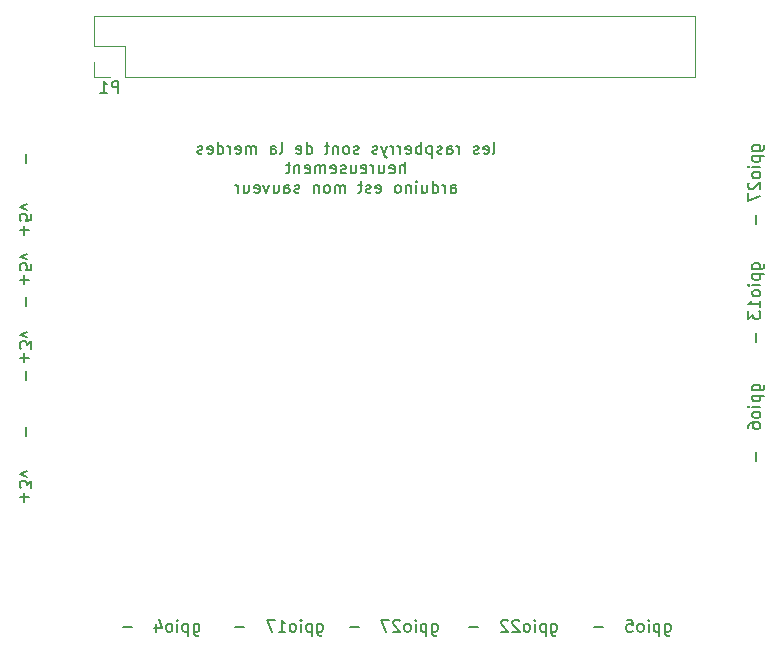
<source format=gbo>
G04 #@! TF.GenerationSoftware,KiCad,Pcbnew,(5.1.2)-2*
G04 #@! TF.CreationDate,2019-12-04T01:20:50+01:00*
G04 #@! TF.ProjectId,raspberrypi-gpio-40pin,72617370-6265-4727-9279-70692d677069,rev?*
G04 #@! TF.SameCoordinates,Original*
G04 #@! TF.FileFunction,Legend,Bot*
G04 #@! TF.FilePolarity,Positive*
%FSLAX46Y46*%
G04 Gerber Fmt 4.6, Leading zero omitted, Abs format (unit mm)*
G04 Created by KiCad (PCBNEW (5.1.2)-2) date 2019-12-04 01:20:50*
%MOMM*%
%LPD*%
G04 APERTURE LIST*
%ADD10C,0.150000*%
%ADD11C,0.120000*%
G04 APERTURE END LIST*
D10*
X240804761Y-106602380D02*
X240900000Y-106554761D01*
X240947619Y-106459523D01*
X240947619Y-105602380D01*
X240042857Y-106554761D02*
X240138095Y-106602380D01*
X240328571Y-106602380D01*
X240423809Y-106554761D01*
X240471428Y-106459523D01*
X240471428Y-106078571D01*
X240423809Y-105983333D01*
X240328571Y-105935714D01*
X240138095Y-105935714D01*
X240042857Y-105983333D01*
X239995238Y-106078571D01*
X239995238Y-106173809D01*
X240471428Y-106269047D01*
X239614285Y-106554761D02*
X239519047Y-106602380D01*
X239328571Y-106602380D01*
X239233333Y-106554761D01*
X239185714Y-106459523D01*
X239185714Y-106411904D01*
X239233333Y-106316666D01*
X239328571Y-106269047D01*
X239471428Y-106269047D01*
X239566666Y-106221428D01*
X239614285Y-106126190D01*
X239614285Y-106078571D01*
X239566666Y-105983333D01*
X239471428Y-105935714D01*
X239328571Y-105935714D01*
X239233333Y-105983333D01*
X237995238Y-106602380D02*
X237995238Y-105935714D01*
X237995238Y-106126190D02*
X237947619Y-106030952D01*
X237900000Y-105983333D01*
X237804761Y-105935714D01*
X237709523Y-105935714D01*
X236947619Y-106602380D02*
X236947619Y-106078571D01*
X236995238Y-105983333D01*
X237090476Y-105935714D01*
X237280952Y-105935714D01*
X237376190Y-105983333D01*
X236947619Y-106554761D02*
X237042857Y-106602380D01*
X237280952Y-106602380D01*
X237376190Y-106554761D01*
X237423809Y-106459523D01*
X237423809Y-106364285D01*
X237376190Y-106269047D01*
X237280952Y-106221428D01*
X237042857Y-106221428D01*
X236947619Y-106173809D01*
X236519047Y-106554761D02*
X236423809Y-106602380D01*
X236233333Y-106602380D01*
X236138095Y-106554761D01*
X236090476Y-106459523D01*
X236090476Y-106411904D01*
X236138095Y-106316666D01*
X236233333Y-106269047D01*
X236376190Y-106269047D01*
X236471428Y-106221428D01*
X236519047Y-106126190D01*
X236519047Y-106078571D01*
X236471428Y-105983333D01*
X236376190Y-105935714D01*
X236233333Y-105935714D01*
X236138095Y-105983333D01*
X235661904Y-105935714D02*
X235661904Y-106935714D01*
X235661904Y-105983333D02*
X235566666Y-105935714D01*
X235376190Y-105935714D01*
X235280952Y-105983333D01*
X235233333Y-106030952D01*
X235185714Y-106126190D01*
X235185714Y-106411904D01*
X235233333Y-106507142D01*
X235280952Y-106554761D01*
X235376190Y-106602380D01*
X235566666Y-106602380D01*
X235661904Y-106554761D01*
X234757142Y-106602380D02*
X234757142Y-105602380D01*
X234757142Y-105983333D02*
X234661904Y-105935714D01*
X234471428Y-105935714D01*
X234376190Y-105983333D01*
X234328571Y-106030952D01*
X234280952Y-106126190D01*
X234280952Y-106411904D01*
X234328571Y-106507142D01*
X234376190Y-106554761D01*
X234471428Y-106602380D01*
X234661904Y-106602380D01*
X234757142Y-106554761D01*
X233471428Y-106554761D02*
X233566666Y-106602380D01*
X233757142Y-106602380D01*
X233852380Y-106554761D01*
X233900000Y-106459523D01*
X233900000Y-106078571D01*
X233852380Y-105983333D01*
X233757142Y-105935714D01*
X233566666Y-105935714D01*
X233471428Y-105983333D01*
X233423809Y-106078571D01*
X233423809Y-106173809D01*
X233900000Y-106269047D01*
X232995238Y-106602380D02*
X232995238Y-105935714D01*
X232995238Y-106126190D02*
X232947619Y-106030952D01*
X232900000Y-105983333D01*
X232804761Y-105935714D01*
X232709523Y-105935714D01*
X232376190Y-106602380D02*
X232376190Y-105935714D01*
X232376190Y-106126190D02*
X232328571Y-106030952D01*
X232280952Y-105983333D01*
X232185714Y-105935714D01*
X232090476Y-105935714D01*
X231852380Y-105935714D02*
X231614285Y-106602380D01*
X231376190Y-105935714D02*
X231614285Y-106602380D01*
X231709523Y-106840476D01*
X231757142Y-106888095D01*
X231852380Y-106935714D01*
X231042857Y-106554761D02*
X230947619Y-106602380D01*
X230757142Y-106602380D01*
X230661904Y-106554761D01*
X230614285Y-106459523D01*
X230614285Y-106411904D01*
X230661904Y-106316666D01*
X230757142Y-106269047D01*
X230900000Y-106269047D01*
X230995238Y-106221428D01*
X231042857Y-106126190D01*
X231042857Y-106078571D01*
X230995238Y-105983333D01*
X230900000Y-105935714D01*
X230757142Y-105935714D01*
X230661904Y-105983333D01*
X229471428Y-106554761D02*
X229376190Y-106602380D01*
X229185714Y-106602380D01*
X229090476Y-106554761D01*
X229042857Y-106459523D01*
X229042857Y-106411904D01*
X229090476Y-106316666D01*
X229185714Y-106269047D01*
X229328571Y-106269047D01*
X229423809Y-106221428D01*
X229471428Y-106126190D01*
X229471428Y-106078571D01*
X229423809Y-105983333D01*
X229328571Y-105935714D01*
X229185714Y-105935714D01*
X229090476Y-105983333D01*
X228471428Y-106602380D02*
X228566666Y-106554761D01*
X228614285Y-106507142D01*
X228661904Y-106411904D01*
X228661904Y-106126190D01*
X228614285Y-106030952D01*
X228566666Y-105983333D01*
X228471428Y-105935714D01*
X228328571Y-105935714D01*
X228233333Y-105983333D01*
X228185714Y-106030952D01*
X228138095Y-106126190D01*
X228138095Y-106411904D01*
X228185714Y-106507142D01*
X228233333Y-106554761D01*
X228328571Y-106602380D01*
X228471428Y-106602380D01*
X227709523Y-105935714D02*
X227709523Y-106602380D01*
X227709523Y-106030952D02*
X227661904Y-105983333D01*
X227566666Y-105935714D01*
X227423809Y-105935714D01*
X227328571Y-105983333D01*
X227280952Y-106078571D01*
X227280952Y-106602380D01*
X226947619Y-105935714D02*
X226566666Y-105935714D01*
X226804761Y-105602380D02*
X226804761Y-106459523D01*
X226757142Y-106554761D01*
X226661904Y-106602380D01*
X226566666Y-106602380D01*
X225042857Y-106602380D02*
X225042857Y-105602380D01*
X225042857Y-106554761D02*
X225138095Y-106602380D01*
X225328571Y-106602380D01*
X225423809Y-106554761D01*
X225471428Y-106507142D01*
X225519047Y-106411904D01*
X225519047Y-106126190D01*
X225471428Y-106030952D01*
X225423809Y-105983333D01*
X225328571Y-105935714D01*
X225138095Y-105935714D01*
X225042857Y-105983333D01*
X224185714Y-106554761D02*
X224280952Y-106602380D01*
X224471428Y-106602380D01*
X224566666Y-106554761D01*
X224614285Y-106459523D01*
X224614285Y-106078571D01*
X224566666Y-105983333D01*
X224471428Y-105935714D01*
X224280952Y-105935714D01*
X224185714Y-105983333D01*
X224138095Y-106078571D01*
X224138095Y-106173809D01*
X224614285Y-106269047D01*
X222804761Y-106602380D02*
X222900000Y-106554761D01*
X222947619Y-106459523D01*
X222947619Y-105602380D01*
X221995238Y-106602380D02*
X221995238Y-106078571D01*
X222042857Y-105983333D01*
X222138095Y-105935714D01*
X222328571Y-105935714D01*
X222423809Y-105983333D01*
X221995238Y-106554761D02*
X222090476Y-106602380D01*
X222328571Y-106602380D01*
X222423809Y-106554761D01*
X222471428Y-106459523D01*
X222471428Y-106364285D01*
X222423809Y-106269047D01*
X222328571Y-106221428D01*
X222090476Y-106221428D01*
X221995238Y-106173809D01*
X220757142Y-106602380D02*
X220757142Y-105935714D01*
X220757142Y-106030952D02*
X220709523Y-105983333D01*
X220614285Y-105935714D01*
X220471428Y-105935714D01*
X220376190Y-105983333D01*
X220328571Y-106078571D01*
X220328571Y-106602380D01*
X220328571Y-106078571D02*
X220280952Y-105983333D01*
X220185714Y-105935714D01*
X220042857Y-105935714D01*
X219947619Y-105983333D01*
X219900000Y-106078571D01*
X219900000Y-106602380D01*
X219042857Y-106554761D02*
X219138095Y-106602380D01*
X219328571Y-106602380D01*
X219423809Y-106554761D01*
X219471428Y-106459523D01*
X219471428Y-106078571D01*
X219423809Y-105983333D01*
X219328571Y-105935714D01*
X219138095Y-105935714D01*
X219042857Y-105983333D01*
X218995238Y-106078571D01*
X218995238Y-106173809D01*
X219471428Y-106269047D01*
X218566666Y-106602380D02*
X218566666Y-105935714D01*
X218566666Y-106126190D02*
X218519047Y-106030952D01*
X218471428Y-105983333D01*
X218376190Y-105935714D01*
X218280952Y-105935714D01*
X217519047Y-106602380D02*
X217519047Y-105602380D01*
X217519047Y-106554761D02*
X217614285Y-106602380D01*
X217804761Y-106602380D01*
X217900000Y-106554761D01*
X217947619Y-106507142D01*
X217995238Y-106411904D01*
X217995238Y-106126190D01*
X217947619Y-106030952D01*
X217900000Y-105983333D01*
X217804761Y-105935714D01*
X217614285Y-105935714D01*
X217519047Y-105983333D01*
X216661904Y-106554761D02*
X216757142Y-106602380D01*
X216947619Y-106602380D01*
X217042857Y-106554761D01*
X217090476Y-106459523D01*
X217090476Y-106078571D01*
X217042857Y-105983333D01*
X216947619Y-105935714D01*
X216757142Y-105935714D01*
X216661904Y-105983333D01*
X216614285Y-106078571D01*
X216614285Y-106173809D01*
X217090476Y-106269047D01*
X216233333Y-106554761D02*
X216138095Y-106602380D01*
X215947619Y-106602380D01*
X215852380Y-106554761D01*
X215804761Y-106459523D01*
X215804761Y-106411904D01*
X215852380Y-106316666D01*
X215947619Y-106269047D01*
X216090476Y-106269047D01*
X216185714Y-106221428D01*
X216233333Y-106126190D01*
X216233333Y-106078571D01*
X216185714Y-105983333D01*
X216090476Y-105935714D01*
X215947619Y-105935714D01*
X215852380Y-105983333D01*
X233352380Y-108252380D02*
X233352380Y-107252380D01*
X232923809Y-108252380D02*
X232923809Y-107728571D01*
X232971428Y-107633333D01*
X233066666Y-107585714D01*
X233209523Y-107585714D01*
X233304761Y-107633333D01*
X233352380Y-107680952D01*
X232066666Y-108204761D02*
X232161904Y-108252380D01*
X232352380Y-108252380D01*
X232447619Y-108204761D01*
X232495238Y-108109523D01*
X232495238Y-107728571D01*
X232447619Y-107633333D01*
X232352380Y-107585714D01*
X232161904Y-107585714D01*
X232066666Y-107633333D01*
X232019047Y-107728571D01*
X232019047Y-107823809D01*
X232495238Y-107919047D01*
X231161904Y-107585714D02*
X231161904Y-108252380D01*
X231590476Y-107585714D02*
X231590476Y-108109523D01*
X231542857Y-108204761D01*
X231447619Y-108252380D01*
X231304761Y-108252380D01*
X231209523Y-108204761D01*
X231161904Y-108157142D01*
X230685714Y-108252380D02*
X230685714Y-107585714D01*
X230685714Y-107776190D02*
X230638095Y-107680952D01*
X230590476Y-107633333D01*
X230495238Y-107585714D01*
X230400000Y-107585714D01*
X229685714Y-108204761D02*
X229780952Y-108252380D01*
X229971428Y-108252380D01*
X230066666Y-108204761D01*
X230114285Y-108109523D01*
X230114285Y-107728571D01*
X230066666Y-107633333D01*
X229971428Y-107585714D01*
X229780952Y-107585714D01*
X229685714Y-107633333D01*
X229638095Y-107728571D01*
X229638095Y-107823809D01*
X230114285Y-107919047D01*
X228780952Y-107585714D02*
X228780952Y-108252380D01*
X229209523Y-107585714D02*
X229209523Y-108109523D01*
X229161904Y-108204761D01*
X229066666Y-108252380D01*
X228923809Y-108252380D01*
X228828571Y-108204761D01*
X228780952Y-108157142D01*
X228352380Y-108204761D02*
X228257142Y-108252380D01*
X228066666Y-108252380D01*
X227971428Y-108204761D01*
X227923809Y-108109523D01*
X227923809Y-108061904D01*
X227971428Y-107966666D01*
X228066666Y-107919047D01*
X228209523Y-107919047D01*
X228304761Y-107871428D01*
X228352380Y-107776190D01*
X228352380Y-107728571D01*
X228304761Y-107633333D01*
X228209523Y-107585714D01*
X228066666Y-107585714D01*
X227971428Y-107633333D01*
X227114285Y-108204761D02*
X227209523Y-108252380D01*
X227400000Y-108252380D01*
X227495238Y-108204761D01*
X227542857Y-108109523D01*
X227542857Y-107728571D01*
X227495238Y-107633333D01*
X227400000Y-107585714D01*
X227209523Y-107585714D01*
X227114285Y-107633333D01*
X227066666Y-107728571D01*
X227066666Y-107823809D01*
X227542857Y-107919047D01*
X226638095Y-108252380D02*
X226638095Y-107585714D01*
X226638095Y-107680952D02*
X226590476Y-107633333D01*
X226495238Y-107585714D01*
X226352380Y-107585714D01*
X226257142Y-107633333D01*
X226209523Y-107728571D01*
X226209523Y-108252380D01*
X226209523Y-107728571D02*
X226161904Y-107633333D01*
X226066666Y-107585714D01*
X225923809Y-107585714D01*
X225828571Y-107633333D01*
X225780952Y-107728571D01*
X225780952Y-108252380D01*
X224923809Y-108204761D02*
X225019047Y-108252380D01*
X225209523Y-108252380D01*
X225304761Y-108204761D01*
X225352380Y-108109523D01*
X225352380Y-107728571D01*
X225304761Y-107633333D01*
X225209523Y-107585714D01*
X225019047Y-107585714D01*
X224923809Y-107633333D01*
X224876190Y-107728571D01*
X224876190Y-107823809D01*
X225352380Y-107919047D01*
X224447619Y-107585714D02*
X224447619Y-108252380D01*
X224447619Y-107680952D02*
X224400000Y-107633333D01*
X224304761Y-107585714D01*
X224161904Y-107585714D01*
X224066666Y-107633333D01*
X224019047Y-107728571D01*
X224019047Y-108252380D01*
X223685714Y-107585714D02*
X223304761Y-107585714D01*
X223542857Y-107252380D02*
X223542857Y-108109523D01*
X223495238Y-108204761D01*
X223400000Y-108252380D01*
X223304761Y-108252380D01*
X237257142Y-109902380D02*
X237257142Y-109378571D01*
X237304761Y-109283333D01*
X237400000Y-109235714D01*
X237590476Y-109235714D01*
X237685714Y-109283333D01*
X237257142Y-109854761D02*
X237352380Y-109902380D01*
X237590476Y-109902380D01*
X237685714Y-109854761D01*
X237733333Y-109759523D01*
X237733333Y-109664285D01*
X237685714Y-109569047D01*
X237590476Y-109521428D01*
X237352380Y-109521428D01*
X237257142Y-109473809D01*
X236780952Y-109902380D02*
X236780952Y-109235714D01*
X236780952Y-109426190D02*
X236733333Y-109330952D01*
X236685714Y-109283333D01*
X236590476Y-109235714D01*
X236495238Y-109235714D01*
X235733333Y-109902380D02*
X235733333Y-108902380D01*
X235733333Y-109854761D02*
X235828571Y-109902380D01*
X236019047Y-109902380D01*
X236114285Y-109854761D01*
X236161904Y-109807142D01*
X236209523Y-109711904D01*
X236209523Y-109426190D01*
X236161904Y-109330952D01*
X236114285Y-109283333D01*
X236019047Y-109235714D01*
X235828571Y-109235714D01*
X235733333Y-109283333D01*
X234828571Y-109235714D02*
X234828571Y-109902380D01*
X235257142Y-109235714D02*
X235257142Y-109759523D01*
X235209523Y-109854761D01*
X235114285Y-109902380D01*
X234971428Y-109902380D01*
X234876190Y-109854761D01*
X234828571Y-109807142D01*
X234352380Y-109902380D02*
X234352380Y-109235714D01*
X234352380Y-108902380D02*
X234400000Y-108950000D01*
X234352380Y-108997619D01*
X234304761Y-108950000D01*
X234352380Y-108902380D01*
X234352380Y-108997619D01*
X233876190Y-109235714D02*
X233876190Y-109902380D01*
X233876190Y-109330952D02*
X233828571Y-109283333D01*
X233733333Y-109235714D01*
X233590476Y-109235714D01*
X233495238Y-109283333D01*
X233447619Y-109378571D01*
X233447619Y-109902380D01*
X232828571Y-109902380D02*
X232923809Y-109854761D01*
X232971428Y-109807142D01*
X233019047Y-109711904D01*
X233019047Y-109426190D01*
X232971428Y-109330952D01*
X232923809Y-109283333D01*
X232828571Y-109235714D01*
X232685714Y-109235714D01*
X232590476Y-109283333D01*
X232542857Y-109330952D01*
X232495238Y-109426190D01*
X232495238Y-109711904D01*
X232542857Y-109807142D01*
X232590476Y-109854761D01*
X232685714Y-109902380D01*
X232828571Y-109902380D01*
X230923809Y-109854761D02*
X231019047Y-109902380D01*
X231209523Y-109902380D01*
X231304761Y-109854761D01*
X231352380Y-109759523D01*
X231352380Y-109378571D01*
X231304761Y-109283333D01*
X231209523Y-109235714D01*
X231019047Y-109235714D01*
X230923809Y-109283333D01*
X230876190Y-109378571D01*
X230876190Y-109473809D01*
X231352380Y-109569047D01*
X230495238Y-109854761D02*
X230400000Y-109902380D01*
X230209523Y-109902380D01*
X230114285Y-109854761D01*
X230066666Y-109759523D01*
X230066666Y-109711904D01*
X230114285Y-109616666D01*
X230209523Y-109569047D01*
X230352380Y-109569047D01*
X230447619Y-109521428D01*
X230495238Y-109426190D01*
X230495238Y-109378571D01*
X230447619Y-109283333D01*
X230352380Y-109235714D01*
X230209523Y-109235714D01*
X230114285Y-109283333D01*
X229780952Y-109235714D02*
X229400000Y-109235714D01*
X229638095Y-108902380D02*
X229638095Y-109759523D01*
X229590476Y-109854761D01*
X229495238Y-109902380D01*
X229400000Y-109902380D01*
X228304761Y-109902380D02*
X228304761Y-109235714D01*
X228304761Y-109330952D02*
X228257142Y-109283333D01*
X228161904Y-109235714D01*
X228019047Y-109235714D01*
X227923809Y-109283333D01*
X227876190Y-109378571D01*
X227876190Y-109902380D01*
X227876190Y-109378571D02*
X227828571Y-109283333D01*
X227733333Y-109235714D01*
X227590476Y-109235714D01*
X227495238Y-109283333D01*
X227447619Y-109378571D01*
X227447619Y-109902380D01*
X226828571Y-109902380D02*
X226923809Y-109854761D01*
X226971428Y-109807142D01*
X227019047Y-109711904D01*
X227019047Y-109426190D01*
X226971428Y-109330952D01*
X226923809Y-109283333D01*
X226828571Y-109235714D01*
X226685714Y-109235714D01*
X226590476Y-109283333D01*
X226542857Y-109330952D01*
X226495238Y-109426190D01*
X226495238Y-109711904D01*
X226542857Y-109807142D01*
X226590476Y-109854761D01*
X226685714Y-109902380D01*
X226828571Y-109902380D01*
X226066666Y-109235714D02*
X226066666Y-109902380D01*
X226066666Y-109330952D02*
X226019047Y-109283333D01*
X225923809Y-109235714D01*
X225780952Y-109235714D01*
X225685714Y-109283333D01*
X225638095Y-109378571D01*
X225638095Y-109902380D01*
X224447619Y-109854761D02*
X224352380Y-109902380D01*
X224161904Y-109902380D01*
X224066666Y-109854761D01*
X224019047Y-109759523D01*
X224019047Y-109711904D01*
X224066666Y-109616666D01*
X224161904Y-109569047D01*
X224304761Y-109569047D01*
X224400000Y-109521428D01*
X224447619Y-109426190D01*
X224447619Y-109378571D01*
X224400000Y-109283333D01*
X224304761Y-109235714D01*
X224161904Y-109235714D01*
X224066666Y-109283333D01*
X223161904Y-109902380D02*
X223161904Y-109378571D01*
X223209523Y-109283333D01*
X223304761Y-109235714D01*
X223495238Y-109235714D01*
X223590476Y-109283333D01*
X223161904Y-109854761D02*
X223257142Y-109902380D01*
X223495238Y-109902380D01*
X223590476Y-109854761D01*
X223638095Y-109759523D01*
X223638095Y-109664285D01*
X223590476Y-109569047D01*
X223495238Y-109521428D01*
X223257142Y-109521428D01*
X223161904Y-109473809D01*
X222257142Y-109235714D02*
X222257142Y-109902380D01*
X222685714Y-109235714D02*
X222685714Y-109759523D01*
X222638095Y-109854761D01*
X222542857Y-109902380D01*
X222400000Y-109902380D01*
X222304761Y-109854761D01*
X222257142Y-109807142D01*
X221876190Y-109235714D02*
X221638095Y-109902380D01*
X221400000Y-109235714D01*
X220638095Y-109854761D02*
X220733333Y-109902380D01*
X220923809Y-109902380D01*
X221019047Y-109854761D01*
X221066666Y-109759523D01*
X221066666Y-109378571D01*
X221019047Y-109283333D01*
X220923809Y-109235714D01*
X220733333Y-109235714D01*
X220638095Y-109283333D01*
X220590476Y-109378571D01*
X220590476Y-109473809D01*
X221066666Y-109569047D01*
X219733333Y-109235714D02*
X219733333Y-109902380D01*
X220161904Y-109235714D02*
X220161904Y-109759523D01*
X220114285Y-109854761D01*
X220019047Y-109902380D01*
X219876190Y-109902380D01*
X219780952Y-109854761D01*
X219733333Y-109807142D01*
X219257142Y-109902380D02*
X219257142Y-109235714D01*
X219257142Y-109426190D02*
X219209523Y-109330952D01*
X219161904Y-109283333D01*
X219066666Y-109235714D01*
X218971428Y-109235714D01*
X201128571Y-117638095D02*
X201128571Y-116876190D01*
X200747619Y-117257142D02*
X201509523Y-117257142D01*
X201747619Y-115923809D02*
X201747619Y-116400000D01*
X201271428Y-116447619D01*
X201319047Y-116400000D01*
X201366666Y-116304761D01*
X201366666Y-116066666D01*
X201319047Y-115971428D01*
X201271428Y-115923809D01*
X201176190Y-115876190D01*
X200938095Y-115876190D01*
X200842857Y-115923809D01*
X200795238Y-115971428D01*
X200747619Y-116066666D01*
X200747619Y-116304761D01*
X200795238Y-116400000D01*
X200842857Y-116447619D01*
X201414285Y-115542857D02*
X200747619Y-115304761D01*
X201414285Y-115066666D01*
X201128571Y-113438095D02*
X201128571Y-112676190D01*
X200747619Y-113057142D02*
X201509523Y-113057142D01*
X201747619Y-111723809D02*
X201747619Y-112200000D01*
X201271428Y-112247619D01*
X201319047Y-112200000D01*
X201366666Y-112104761D01*
X201366666Y-111866666D01*
X201319047Y-111771428D01*
X201271428Y-111723809D01*
X201176190Y-111676190D01*
X200938095Y-111676190D01*
X200842857Y-111723809D01*
X200795238Y-111771428D01*
X200747619Y-111866666D01*
X200747619Y-112104761D01*
X200795238Y-112200000D01*
X200842857Y-112247619D01*
X201414285Y-111342857D02*
X200747619Y-111104761D01*
X201414285Y-110866666D01*
X201128571Y-124238095D02*
X201128571Y-123476190D01*
X200747619Y-123857142D02*
X201509523Y-123857142D01*
X201747619Y-123095238D02*
X201747619Y-122476190D01*
X201366666Y-122809523D01*
X201366666Y-122666666D01*
X201319047Y-122571428D01*
X201271428Y-122523809D01*
X201176190Y-122476190D01*
X200938095Y-122476190D01*
X200842857Y-122523809D01*
X200795238Y-122571428D01*
X200747619Y-122666666D01*
X200747619Y-122952380D01*
X200795238Y-123047619D01*
X200842857Y-123095238D01*
X201414285Y-122142857D02*
X200747619Y-121904761D01*
X201414285Y-121666666D01*
X201128571Y-136038095D02*
X201128571Y-135276190D01*
X200747619Y-135657142D02*
X201509523Y-135657142D01*
X201747619Y-134895238D02*
X201747619Y-134276190D01*
X201366666Y-134609523D01*
X201366666Y-134466666D01*
X201319047Y-134371428D01*
X201271428Y-134323809D01*
X201176190Y-134276190D01*
X200938095Y-134276190D01*
X200842857Y-134323809D01*
X200795238Y-134371428D01*
X200747619Y-134466666D01*
X200747619Y-134752380D01*
X200795238Y-134847619D01*
X200842857Y-134895238D01*
X201414285Y-133942857D02*
X200747619Y-133704761D01*
X201414285Y-133466666D01*
X201271428Y-106619047D02*
X201271428Y-107380952D01*
X201271428Y-118719047D02*
X201271428Y-119480952D01*
X201271428Y-125019047D02*
X201271428Y-125780952D01*
X201271428Y-129719047D02*
X201271428Y-130480952D01*
X215485714Y-146385714D02*
X215485714Y-147195238D01*
X215533333Y-147290476D01*
X215580952Y-147338095D01*
X215676190Y-147385714D01*
X215819047Y-147385714D01*
X215914285Y-147338095D01*
X215485714Y-147004761D02*
X215580952Y-147052380D01*
X215771428Y-147052380D01*
X215866666Y-147004761D01*
X215914285Y-146957142D01*
X215961904Y-146861904D01*
X215961904Y-146576190D01*
X215914285Y-146480952D01*
X215866666Y-146433333D01*
X215771428Y-146385714D01*
X215580952Y-146385714D01*
X215485714Y-146433333D01*
X215009523Y-146385714D02*
X215009523Y-147385714D01*
X215009523Y-146433333D02*
X214914285Y-146385714D01*
X214723809Y-146385714D01*
X214628571Y-146433333D01*
X214580952Y-146480952D01*
X214533333Y-146576190D01*
X214533333Y-146861904D01*
X214580952Y-146957142D01*
X214628571Y-147004761D01*
X214723809Y-147052380D01*
X214914285Y-147052380D01*
X215009523Y-147004761D01*
X214104761Y-147052380D02*
X214104761Y-146385714D01*
X214104761Y-146052380D02*
X214152380Y-146100000D01*
X214104761Y-146147619D01*
X214057142Y-146100000D01*
X214104761Y-146052380D01*
X214104761Y-146147619D01*
X213485714Y-147052380D02*
X213580952Y-147004761D01*
X213628571Y-146957142D01*
X213676190Y-146861904D01*
X213676190Y-146576190D01*
X213628571Y-146480952D01*
X213580952Y-146433333D01*
X213485714Y-146385714D01*
X213342857Y-146385714D01*
X213247619Y-146433333D01*
X213200000Y-146480952D01*
X213152380Y-146576190D01*
X213152380Y-146861904D01*
X213200000Y-146957142D01*
X213247619Y-147004761D01*
X213342857Y-147052380D01*
X213485714Y-147052380D01*
X212295238Y-146385714D02*
X212295238Y-147052380D01*
X212533333Y-146004761D02*
X212771428Y-146719047D01*
X212152380Y-146719047D01*
X210247619Y-146671428D02*
X209485714Y-146671428D01*
X225961904Y-146385714D02*
X225961904Y-147195238D01*
X226009523Y-147290476D01*
X226057142Y-147338095D01*
X226152380Y-147385714D01*
X226295238Y-147385714D01*
X226390476Y-147338095D01*
X225961904Y-147004761D02*
X226057142Y-147052380D01*
X226247619Y-147052380D01*
X226342857Y-147004761D01*
X226390476Y-146957142D01*
X226438095Y-146861904D01*
X226438095Y-146576190D01*
X226390476Y-146480952D01*
X226342857Y-146433333D01*
X226247619Y-146385714D01*
X226057142Y-146385714D01*
X225961904Y-146433333D01*
X225485714Y-146385714D02*
X225485714Y-147385714D01*
X225485714Y-146433333D02*
X225390476Y-146385714D01*
X225200000Y-146385714D01*
X225104761Y-146433333D01*
X225057142Y-146480952D01*
X225009523Y-146576190D01*
X225009523Y-146861904D01*
X225057142Y-146957142D01*
X225104761Y-147004761D01*
X225200000Y-147052380D01*
X225390476Y-147052380D01*
X225485714Y-147004761D01*
X224580952Y-147052380D02*
X224580952Y-146385714D01*
X224580952Y-146052380D02*
X224628571Y-146100000D01*
X224580952Y-146147619D01*
X224533333Y-146100000D01*
X224580952Y-146052380D01*
X224580952Y-146147619D01*
X223961904Y-147052380D02*
X224057142Y-147004761D01*
X224104761Y-146957142D01*
X224152380Y-146861904D01*
X224152380Y-146576190D01*
X224104761Y-146480952D01*
X224057142Y-146433333D01*
X223961904Y-146385714D01*
X223819047Y-146385714D01*
X223723809Y-146433333D01*
X223676190Y-146480952D01*
X223628571Y-146576190D01*
X223628571Y-146861904D01*
X223676190Y-146957142D01*
X223723809Y-147004761D01*
X223819047Y-147052380D01*
X223961904Y-147052380D01*
X222676190Y-147052380D02*
X223247619Y-147052380D01*
X222961904Y-147052380D02*
X222961904Y-146052380D01*
X223057142Y-146195238D01*
X223152380Y-146290476D01*
X223247619Y-146338095D01*
X222342857Y-146052380D02*
X221676190Y-146052380D01*
X222104761Y-147052380D01*
X219771428Y-146671428D02*
X219009523Y-146671428D01*
X235661904Y-146385714D02*
X235661904Y-147195238D01*
X235709523Y-147290476D01*
X235757142Y-147338095D01*
X235852380Y-147385714D01*
X235995238Y-147385714D01*
X236090476Y-147338095D01*
X235661904Y-147004761D02*
X235757142Y-147052380D01*
X235947619Y-147052380D01*
X236042857Y-147004761D01*
X236090476Y-146957142D01*
X236138095Y-146861904D01*
X236138095Y-146576190D01*
X236090476Y-146480952D01*
X236042857Y-146433333D01*
X235947619Y-146385714D01*
X235757142Y-146385714D01*
X235661904Y-146433333D01*
X235185714Y-146385714D02*
X235185714Y-147385714D01*
X235185714Y-146433333D02*
X235090476Y-146385714D01*
X234900000Y-146385714D01*
X234804761Y-146433333D01*
X234757142Y-146480952D01*
X234709523Y-146576190D01*
X234709523Y-146861904D01*
X234757142Y-146957142D01*
X234804761Y-147004761D01*
X234900000Y-147052380D01*
X235090476Y-147052380D01*
X235185714Y-147004761D01*
X234280952Y-147052380D02*
X234280952Y-146385714D01*
X234280952Y-146052380D02*
X234328571Y-146100000D01*
X234280952Y-146147619D01*
X234233333Y-146100000D01*
X234280952Y-146052380D01*
X234280952Y-146147619D01*
X233661904Y-147052380D02*
X233757142Y-147004761D01*
X233804761Y-146957142D01*
X233852380Y-146861904D01*
X233852380Y-146576190D01*
X233804761Y-146480952D01*
X233757142Y-146433333D01*
X233661904Y-146385714D01*
X233519047Y-146385714D01*
X233423809Y-146433333D01*
X233376190Y-146480952D01*
X233328571Y-146576190D01*
X233328571Y-146861904D01*
X233376190Y-146957142D01*
X233423809Y-147004761D01*
X233519047Y-147052380D01*
X233661904Y-147052380D01*
X232947619Y-146147619D02*
X232900000Y-146100000D01*
X232804761Y-146052380D01*
X232566666Y-146052380D01*
X232471428Y-146100000D01*
X232423809Y-146147619D01*
X232376190Y-146242857D01*
X232376190Y-146338095D01*
X232423809Y-146480952D01*
X232995238Y-147052380D01*
X232376190Y-147052380D01*
X232042857Y-146052380D02*
X231376190Y-146052380D01*
X231804761Y-147052380D01*
X229471428Y-146671428D02*
X228709523Y-146671428D01*
X245761904Y-146385714D02*
X245761904Y-147195238D01*
X245809523Y-147290476D01*
X245857142Y-147338095D01*
X245952380Y-147385714D01*
X246095238Y-147385714D01*
X246190476Y-147338095D01*
X245761904Y-147004761D02*
X245857142Y-147052380D01*
X246047619Y-147052380D01*
X246142857Y-147004761D01*
X246190476Y-146957142D01*
X246238095Y-146861904D01*
X246238095Y-146576190D01*
X246190476Y-146480952D01*
X246142857Y-146433333D01*
X246047619Y-146385714D01*
X245857142Y-146385714D01*
X245761904Y-146433333D01*
X245285714Y-146385714D02*
X245285714Y-147385714D01*
X245285714Y-146433333D02*
X245190476Y-146385714D01*
X245000000Y-146385714D01*
X244904761Y-146433333D01*
X244857142Y-146480952D01*
X244809523Y-146576190D01*
X244809523Y-146861904D01*
X244857142Y-146957142D01*
X244904761Y-147004761D01*
X245000000Y-147052380D01*
X245190476Y-147052380D01*
X245285714Y-147004761D01*
X244380952Y-147052380D02*
X244380952Y-146385714D01*
X244380952Y-146052380D02*
X244428571Y-146100000D01*
X244380952Y-146147619D01*
X244333333Y-146100000D01*
X244380952Y-146052380D01*
X244380952Y-146147619D01*
X243761904Y-147052380D02*
X243857142Y-147004761D01*
X243904761Y-146957142D01*
X243952380Y-146861904D01*
X243952380Y-146576190D01*
X243904761Y-146480952D01*
X243857142Y-146433333D01*
X243761904Y-146385714D01*
X243619047Y-146385714D01*
X243523809Y-146433333D01*
X243476190Y-146480952D01*
X243428571Y-146576190D01*
X243428571Y-146861904D01*
X243476190Y-146957142D01*
X243523809Y-147004761D01*
X243619047Y-147052380D01*
X243761904Y-147052380D01*
X243047619Y-146147619D02*
X243000000Y-146100000D01*
X242904761Y-146052380D01*
X242666666Y-146052380D01*
X242571428Y-146100000D01*
X242523809Y-146147619D01*
X242476190Y-146242857D01*
X242476190Y-146338095D01*
X242523809Y-146480952D01*
X243095238Y-147052380D01*
X242476190Y-147052380D01*
X242095238Y-146147619D02*
X242047619Y-146100000D01*
X241952380Y-146052380D01*
X241714285Y-146052380D01*
X241619047Y-146100000D01*
X241571428Y-146147619D01*
X241523809Y-146242857D01*
X241523809Y-146338095D01*
X241571428Y-146480952D01*
X242142857Y-147052380D01*
X241523809Y-147052380D01*
X239571428Y-146671428D02*
X238809523Y-146671428D01*
X255385714Y-146385714D02*
X255385714Y-147195238D01*
X255433333Y-147290476D01*
X255480952Y-147338095D01*
X255576190Y-147385714D01*
X255719047Y-147385714D01*
X255814285Y-147338095D01*
X255385714Y-147004761D02*
X255480952Y-147052380D01*
X255671428Y-147052380D01*
X255766666Y-147004761D01*
X255814285Y-146957142D01*
X255861904Y-146861904D01*
X255861904Y-146576190D01*
X255814285Y-146480952D01*
X255766666Y-146433333D01*
X255671428Y-146385714D01*
X255480952Y-146385714D01*
X255385714Y-146433333D01*
X254909523Y-146385714D02*
X254909523Y-147385714D01*
X254909523Y-146433333D02*
X254814285Y-146385714D01*
X254623809Y-146385714D01*
X254528571Y-146433333D01*
X254480952Y-146480952D01*
X254433333Y-146576190D01*
X254433333Y-146861904D01*
X254480952Y-146957142D01*
X254528571Y-147004761D01*
X254623809Y-147052380D01*
X254814285Y-147052380D01*
X254909523Y-147004761D01*
X254004761Y-147052380D02*
X254004761Y-146385714D01*
X254004761Y-146052380D02*
X254052380Y-146100000D01*
X254004761Y-146147619D01*
X253957142Y-146100000D01*
X254004761Y-146052380D01*
X254004761Y-146147619D01*
X253385714Y-147052380D02*
X253480952Y-147004761D01*
X253528571Y-146957142D01*
X253576190Y-146861904D01*
X253576190Y-146576190D01*
X253528571Y-146480952D01*
X253480952Y-146433333D01*
X253385714Y-146385714D01*
X253242857Y-146385714D01*
X253147619Y-146433333D01*
X253100000Y-146480952D01*
X253052380Y-146576190D01*
X253052380Y-146861904D01*
X253100000Y-146957142D01*
X253147619Y-147004761D01*
X253242857Y-147052380D01*
X253385714Y-147052380D01*
X252147619Y-146052380D02*
X252623809Y-146052380D01*
X252671428Y-146528571D01*
X252623809Y-146480952D01*
X252528571Y-146433333D01*
X252290476Y-146433333D01*
X252195238Y-146480952D01*
X252147619Y-146528571D01*
X252100000Y-146623809D01*
X252100000Y-146861904D01*
X252147619Y-146957142D01*
X252195238Y-147004761D01*
X252290476Y-147052380D01*
X252528571Y-147052380D01*
X252623809Y-147004761D01*
X252671428Y-146957142D01*
X250147619Y-146671428D02*
X249385714Y-146671428D01*
X262785714Y-126614285D02*
X263595238Y-126614285D01*
X263690476Y-126566666D01*
X263738095Y-126519047D01*
X263785714Y-126423809D01*
X263785714Y-126280952D01*
X263738095Y-126185714D01*
X263404761Y-126614285D02*
X263452380Y-126519047D01*
X263452380Y-126328571D01*
X263404761Y-126233333D01*
X263357142Y-126185714D01*
X263261904Y-126138095D01*
X262976190Y-126138095D01*
X262880952Y-126185714D01*
X262833333Y-126233333D01*
X262785714Y-126328571D01*
X262785714Y-126519047D01*
X262833333Y-126614285D01*
X262785714Y-127090476D02*
X263785714Y-127090476D01*
X262833333Y-127090476D02*
X262785714Y-127185714D01*
X262785714Y-127376190D01*
X262833333Y-127471428D01*
X262880952Y-127519047D01*
X262976190Y-127566666D01*
X263261904Y-127566666D01*
X263357142Y-127519047D01*
X263404761Y-127471428D01*
X263452380Y-127376190D01*
X263452380Y-127185714D01*
X263404761Y-127090476D01*
X263452380Y-127995238D02*
X262785714Y-127995238D01*
X262452380Y-127995238D02*
X262500000Y-127947619D01*
X262547619Y-127995238D01*
X262500000Y-128042857D01*
X262452380Y-127995238D01*
X262547619Y-127995238D01*
X263452380Y-128614285D02*
X263404761Y-128519047D01*
X263357142Y-128471428D01*
X263261904Y-128423809D01*
X262976190Y-128423809D01*
X262880952Y-128471428D01*
X262833333Y-128519047D01*
X262785714Y-128614285D01*
X262785714Y-128757142D01*
X262833333Y-128852380D01*
X262880952Y-128900000D01*
X262976190Y-128947619D01*
X263261904Y-128947619D01*
X263357142Y-128900000D01*
X263404761Y-128852380D01*
X263452380Y-128757142D01*
X263452380Y-128614285D01*
X262452380Y-129804761D02*
X262452380Y-129614285D01*
X262500000Y-129519047D01*
X262547619Y-129471428D01*
X262690476Y-129376190D01*
X262880952Y-129328571D01*
X263261904Y-129328571D01*
X263357142Y-129376190D01*
X263404761Y-129423809D01*
X263452380Y-129519047D01*
X263452380Y-129709523D01*
X263404761Y-129804761D01*
X263357142Y-129852380D01*
X263261904Y-129900000D01*
X263023809Y-129900000D01*
X262928571Y-129852380D01*
X262880952Y-129804761D01*
X262833333Y-129709523D01*
X262833333Y-129519047D01*
X262880952Y-129423809D01*
X262928571Y-129376190D01*
X263023809Y-129328571D01*
X263071428Y-131852380D02*
X263071428Y-132614285D01*
X262785714Y-116319047D02*
X263595238Y-116319047D01*
X263690476Y-116271428D01*
X263738095Y-116223809D01*
X263785714Y-116128571D01*
X263785714Y-115985714D01*
X263738095Y-115890476D01*
X263404761Y-116319047D02*
X263452380Y-116223809D01*
X263452380Y-116033333D01*
X263404761Y-115938095D01*
X263357142Y-115890476D01*
X263261904Y-115842857D01*
X262976190Y-115842857D01*
X262880952Y-115890476D01*
X262833333Y-115938095D01*
X262785714Y-116033333D01*
X262785714Y-116223809D01*
X262833333Y-116319047D01*
X262785714Y-116795238D02*
X263785714Y-116795238D01*
X262833333Y-116795238D02*
X262785714Y-116890476D01*
X262785714Y-117080952D01*
X262833333Y-117176190D01*
X262880952Y-117223809D01*
X262976190Y-117271428D01*
X263261904Y-117271428D01*
X263357142Y-117223809D01*
X263404761Y-117176190D01*
X263452380Y-117080952D01*
X263452380Y-116890476D01*
X263404761Y-116795238D01*
X263452380Y-117700000D02*
X262785714Y-117700000D01*
X262452380Y-117700000D02*
X262500000Y-117652380D01*
X262547619Y-117700000D01*
X262500000Y-117747619D01*
X262452380Y-117700000D01*
X262547619Y-117700000D01*
X263452380Y-118319047D02*
X263404761Y-118223809D01*
X263357142Y-118176190D01*
X263261904Y-118128571D01*
X262976190Y-118128571D01*
X262880952Y-118176190D01*
X262833333Y-118223809D01*
X262785714Y-118319047D01*
X262785714Y-118461904D01*
X262833333Y-118557142D01*
X262880952Y-118604761D01*
X262976190Y-118652380D01*
X263261904Y-118652380D01*
X263357142Y-118604761D01*
X263404761Y-118557142D01*
X263452380Y-118461904D01*
X263452380Y-118319047D01*
X263452380Y-119604761D02*
X263452380Y-119033333D01*
X263452380Y-119319047D02*
X262452380Y-119319047D01*
X262595238Y-119223809D01*
X262690476Y-119128571D01*
X262738095Y-119033333D01*
X262452380Y-119938095D02*
X262452380Y-120557142D01*
X262833333Y-120223809D01*
X262833333Y-120366666D01*
X262880952Y-120461904D01*
X262928571Y-120509523D01*
X263023809Y-120557142D01*
X263261904Y-120557142D01*
X263357142Y-120509523D01*
X263404761Y-120461904D01*
X263452380Y-120366666D01*
X263452380Y-120080952D01*
X263404761Y-119985714D01*
X263357142Y-119938095D01*
X263071428Y-121747619D02*
X263071428Y-122509523D01*
X262785714Y-106319047D02*
X263595238Y-106319047D01*
X263690476Y-106271428D01*
X263738095Y-106223809D01*
X263785714Y-106128571D01*
X263785714Y-105985714D01*
X263738095Y-105890476D01*
X263404761Y-106319047D02*
X263452380Y-106223809D01*
X263452380Y-106033333D01*
X263404761Y-105938095D01*
X263357142Y-105890476D01*
X263261904Y-105842857D01*
X262976190Y-105842857D01*
X262880952Y-105890476D01*
X262833333Y-105938095D01*
X262785714Y-106033333D01*
X262785714Y-106223809D01*
X262833333Y-106319047D01*
X262785714Y-106795238D02*
X263785714Y-106795238D01*
X262833333Y-106795238D02*
X262785714Y-106890476D01*
X262785714Y-107080952D01*
X262833333Y-107176190D01*
X262880952Y-107223809D01*
X262976190Y-107271428D01*
X263261904Y-107271428D01*
X263357142Y-107223809D01*
X263404761Y-107176190D01*
X263452380Y-107080952D01*
X263452380Y-106890476D01*
X263404761Y-106795238D01*
X263452380Y-107700000D02*
X262785714Y-107700000D01*
X262452380Y-107700000D02*
X262500000Y-107652380D01*
X262547619Y-107700000D01*
X262500000Y-107747619D01*
X262452380Y-107700000D01*
X262547619Y-107700000D01*
X263452380Y-108319047D02*
X263404761Y-108223809D01*
X263357142Y-108176190D01*
X263261904Y-108128571D01*
X262976190Y-108128571D01*
X262880952Y-108176190D01*
X262833333Y-108223809D01*
X262785714Y-108319047D01*
X262785714Y-108461904D01*
X262833333Y-108557142D01*
X262880952Y-108604761D01*
X262976190Y-108652380D01*
X263261904Y-108652380D01*
X263357142Y-108604761D01*
X263404761Y-108557142D01*
X263452380Y-108461904D01*
X263452380Y-108319047D01*
X262547619Y-109033333D02*
X262500000Y-109080952D01*
X262452380Y-109176190D01*
X262452380Y-109414285D01*
X262500000Y-109509523D01*
X262547619Y-109557142D01*
X262642857Y-109604761D01*
X262738095Y-109604761D01*
X262880952Y-109557142D01*
X263452380Y-108985714D01*
X263452380Y-109604761D01*
X262452380Y-109938095D02*
X262452380Y-110604761D01*
X263452380Y-110176190D01*
X263071428Y-111747619D02*
X263071428Y-112509523D01*
D11*
X209640000Y-100100000D02*
X257960000Y-100100000D01*
X257960000Y-100100000D02*
X257960000Y-94900000D01*
X257960000Y-94900000D02*
X207040000Y-94900000D01*
X207040000Y-94900000D02*
X207040000Y-97500000D01*
X207040000Y-97500000D02*
X209640000Y-97500000D01*
X209640000Y-97500000D02*
X209640000Y-100100000D01*
X208370000Y-100100000D02*
X207040000Y-100100000D01*
X207040000Y-100100000D02*
X207040000Y-98830000D01*
D10*
X209120095Y-101430380D02*
X209120095Y-100430380D01*
X208739142Y-100430380D01*
X208643904Y-100478000D01*
X208596285Y-100525619D01*
X208548666Y-100620857D01*
X208548666Y-100763714D01*
X208596285Y-100858952D01*
X208643904Y-100906571D01*
X208739142Y-100954190D01*
X209120095Y-100954190D01*
X207596285Y-101430380D02*
X208167714Y-101430380D01*
X207882000Y-101430380D02*
X207882000Y-100430380D01*
X207977238Y-100573238D01*
X208072476Y-100668476D01*
X208167714Y-100716095D01*
M02*

</source>
